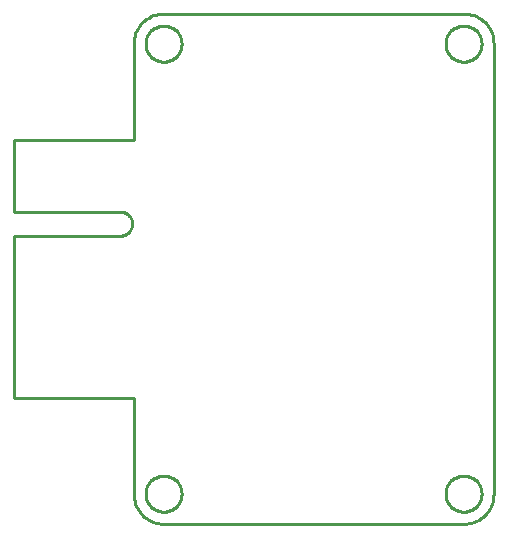
<source format=gbr>
G04 EAGLE Gerber RS-274X export*
G75*
%MOMM*%
%FSLAX34Y34*%
%LPD*%
%IN*%
%IPPOS*%
%AMOC8*
5,1,8,0,0,1.08239X$1,22.5*%
G01*
%ADD10C,0.254000*%


D10*
X482600Y106680D02*
X584200Y106680D01*
X584200Y25400D01*
X584297Y23186D01*
X584586Y20989D01*
X585065Y18826D01*
X585732Y16713D01*
X586580Y14666D01*
X587603Y12700D01*
X588794Y10831D01*
X590142Y9073D01*
X591640Y7440D01*
X593273Y5942D01*
X595031Y4594D01*
X596900Y3403D01*
X598866Y2380D01*
X600913Y1532D01*
X603026Y865D01*
X605189Y386D01*
X607386Y97D01*
X609600Y0D01*
X863600Y0D01*
X865814Y97D01*
X868011Y386D01*
X870174Y865D01*
X872287Y1532D01*
X874335Y2380D01*
X876300Y3403D01*
X878169Y4594D01*
X879927Y5942D01*
X881561Y7440D01*
X883058Y9073D01*
X884406Y10831D01*
X885597Y12700D01*
X886620Y14666D01*
X887468Y16713D01*
X888135Y18826D01*
X888614Y20989D01*
X888903Y23186D01*
X889000Y25400D01*
X889000Y406400D01*
X888903Y408614D01*
X888614Y410811D01*
X888135Y412974D01*
X887468Y415087D01*
X886620Y417135D01*
X885597Y419100D01*
X884406Y420969D01*
X883058Y422727D01*
X881561Y424361D01*
X879927Y425858D01*
X878169Y427206D01*
X876300Y428397D01*
X874335Y429420D01*
X872287Y430268D01*
X870174Y430935D01*
X868011Y431414D01*
X865814Y431703D01*
X863600Y431800D01*
X609600Y431800D01*
X607386Y431703D01*
X605189Y431414D01*
X603026Y430935D01*
X600913Y430268D01*
X598866Y429420D01*
X596900Y428397D01*
X595031Y427206D01*
X593273Y425858D01*
X591640Y424361D01*
X590142Y422727D01*
X588794Y420969D01*
X587603Y419100D01*
X586580Y417135D01*
X585732Y415087D01*
X585065Y412974D01*
X584586Y410811D01*
X584297Y408614D01*
X584200Y406400D01*
X584200Y325120D01*
X482600Y325120D01*
X482600Y264160D01*
X571500Y264160D01*
X572390Y264232D01*
X573284Y264226D01*
X574173Y264143D01*
X575052Y263982D01*
X575913Y263745D01*
X576750Y263434D01*
X577557Y263051D01*
X578328Y262599D01*
X579056Y262082D01*
X579737Y261504D01*
X580364Y260868D01*
X580934Y260180D01*
X581441Y259445D01*
X581883Y258668D01*
X582255Y257856D01*
X582555Y257015D01*
X582781Y256151D01*
X582930Y255270D01*
X583002Y254380D01*
X582996Y253486D01*
X582913Y252597D01*
X582752Y251719D01*
X582515Y250857D01*
X582204Y250020D01*
X581821Y249213D01*
X581369Y248442D01*
X580852Y247714D01*
X580274Y247033D01*
X579638Y246406D01*
X578950Y245836D01*
X578215Y245329D01*
X577438Y244887D01*
X576626Y244515D01*
X575785Y244215D01*
X574921Y243989D01*
X574040Y243840D01*
X573150Y243768D01*
X572256Y243774D01*
X571500Y243840D01*
X482600Y243840D01*
X482600Y106680D01*
X624840Y24856D02*
X624762Y23770D01*
X624607Y22692D01*
X624376Y21629D01*
X624069Y20584D01*
X623689Y19564D01*
X623237Y18574D01*
X622715Y17619D01*
X622126Y16703D01*
X621474Y15831D01*
X620761Y15009D01*
X619991Y14239D01*
X619169Y13526D01*
X618297Y12874D01*
X617381Y12285D01*
X616426Y11763D01*
X615436Y11311D01*
X614416Y10931D01*
X613371Y10624D01*
X612308Y10393D01*
X611230Y10238D01*
X610144Y10160D01*
X609056Y10160D01*
X607970Y10238D01*
X606892Y10393D01*
X605829Y10624D01*
X604784Y10931D01*
X603764Y11311D01*
X602774Y11763D01*
X601819Y12285D01*
X600903Y12874D01*
X600031Y13526D01*
X599209Y14239D01*
X598439Y15009D01*
X597726Y15831D01*
X597074Y16703D01*
X596485Y17619D01*
X595963Y18574D01*
X595511Y19564D01*
X595131Y20584D01*
X594824Y21629D01*
X594593Y22692D01*
X594438Y23770D01*
X594360Y24856D01*
X594360Y25944D01*
X594438Y27030D01*
X594593Y28108D01*
X594824Y29171D01*
X595131Y30216D01*
X595511Y31236D01*
X595963Y32226D01*
X596485Y33181D01*
X597074Y34097D01*
X597726Y34969D01*
X598439Y35791D01*
X599209Y36561D01*
X600031Y37274D01*
X600903Y37926D01*
X601819Y38515D01*
X602774Y39037D01*
X603764Y39489D01*
X604784Y39869D01*
X605829Y40176D01*
X606892Y40407D01*
X607970Y40562D01*
X609056Y40640D01*
X610144Y40640D01*
X611230Y40562D01*
X612308Y40407D01*
X613371Y40176D01*
X614416Y39869D01*
X615436Y39489D01*
X616426Y39037D01*
X617381Y38515D01*
X618297Y37926D01*
X619169Y37274D01*
X619991Y36561D01*
X620761Y35791D01*
X621474Y34969D01*
X622126Y34097D01*
X622715Y33181D01*
X623237Y32226D01*
X623689Y31236D01*
X624069Y30216D01*
X624376Y29171D01*
X624607Y28108D01*
X624762Y27030D01*
X624840Y25944D01*
X624840Y24856D01*
X878840Y24856D02*
X878762Y23770D01*
X878607Y22692D01*
X878376Y21629D01*
X878069Y20584D01*
X877689Y19564D01*
X877237Y18574D01*
X876715Y17619D01*
X876126Y16703D01*
X875474Y15831D01*
X874761Y15009D01*
X873991Y14239D01*
X873169Y13526D01*
X872297Y12874D01*
X871381Y12285D01*
X870426Y11763D01*
X869436Y11311D01*
X868416Y10931D01*
X867371Y10624D01*
X866308Y10393D01*
X865230Y10238D01*
X864144Y10160D01*
X863056Y10160D01*
X861970Y10238D01*
X860892Y10393D01*
X859829Y10624D01*
X858784Y10931D01*
X857764Y11311D01*
X856774Y11763D01*
X855819Y12285D01*
X854903Y12874D01*
X854031Y13526D01*
X853209Y14239D01*
X852439Y15009D01*
X851726Y15831D01*
X851074Y16703D01*
X850485Y17619D01*
X849963Y18574D01*
X849511Y19564D01*
X849131Y20584D01*
X848824Y21629D01*
X848593Y22692D01*
X848438Y23770D01*
X848360Y24856D01*
X848360Y25944D01*
X848438Y27030D01*
X848593Y28108D01*
X848824Y29171D01*
X849131Y30216D01*
X849511Y31236D01*
X849963Y32226D01*
X850485Y33181D01*
X851074Y34097D01*
X851726Y34969D01*
X852439Y35791D01*
X853209Y36561D01*
X854031Y37274D01*
X854903Y37926D01*
X855819Y38515D01*
X856774Y39037D01*
X857764Y39489D01*
X858784Y39869D01*
X859829Y40176D01*
X860892Y40407D01*
X861970Y40562D01*
X863056Y40640D01*
X864144Y40640D01*
X865230Y40562D01*
X866308Y40407D01*
X867371Y40176D01*
X868416Y39869D01*
X869436Y39489D01*
X870426Y39037D01*
X871381Y38515D01*
X872297Y37926D01*
X873169Y37274D01*
X873991Y36561D01*
X874761Y35791D01*
X875474Y34969D01*
X876126Y34097D01*
X876715Y33181D01*
X877237Y32226D01*
X877689Y31236D01*
X878069Y30216D01*
X878376Y29171D01*
X878607Y28108D01*
X878762Y27030D01*
X878840Y25944D01*
X878840Y24856D01*
X624840Y405856D02*
X624762Y404770D01*
X624607Y403692D01*
X624376Y402629D01*
X624069Y401584D01*
X623689Y400564D01*
X623237Y399574D01*
X622715Y398619D01*
X622126Y397703D01*
X621474Y396831D01*
X620761Y396009D01*
X619991Y395239D01*
X619169Y394526D01*
X618297Y393874D01*
X617381Y393285D01*
X616426Y392763D01*
X615436Y392311D01*
X614416Y391931D01*
X613371Y391624D01*
X612308Y391393D01*
X611230Y391238D01*
X610144Y391160D01*
X609056Y391160D01*
X607970Y391238D01*
X606892Y391393D01*
X605829Y391624D01*
X604784Y391931D01*
X603764Y392311D01*
X602774Y392763D01*
X601819Y393285D01*
X600903Y393874D01*
X600031Y394526D01*
X599209Y395239D01*
X598439Y396009D01*
X597726Y396831D01*
X597074Y397703D01*
X596485Y398619D01*
X595963Y399574D01*
X595511Y400564D01*
X595131Y401584D01*
X594824Y402629D01*
X594593Y403692D01*
X594438Y404770D01*
X594360Y405856D01*
X594360Y406944D01*
X594438Y408030D01*
X594593Y409108D01*
X594824Y410171D01*
X595131Y411216D01*
X595511Y412236D01*
X595963Y413226D01*
X596485Y414181D01*
X597074Y415097D01*
X597726Y415969D01*
X598439Y416791D01*
X599209Y417561D01*
X600031Y418274D01*
X600903Y418926D01*
X601819Y419515D01*
X602774Y420037D01*
X603764Y420489D01*
X604784Y420869D01*
X605829Y421176D01*
X606892Y421407D01*
X607970Y421562D01*
X609056Y421640D01*
X610144Y421640D01*
X611230Y421562D01*
X612308Y421407D01*
X613371Y421176D01*
X614416Y420869D01*
X615436Y420489D01*
X616426Y420037D01*
X617381Y419515D01*
X618297Y418926D01*
X619169Y418274D01*
X619991Y417561D01*
X620761Y416791D01*
X621474Y415969D01*
X622126Y415097D01*
X622715Y414181D01*
X623237Y413226D01*
X623689Y412236D01*
X624069Y411216D01*
X624376Y410171D01*
X624607Y409108D01*
X624762Y408030D01*
X624840Y406944D01*
X624840Y405856D01*
X878840Y405856D02*
X878762Y404770D01*
X878607Y403692D01*
X878376Y402629D01*
X878069Y401584D01*
X877689Y400564D01*
X877237Y399574D01*
X876715Y398619D01*
X876126Y397703D01*
X875474Y396831D01*
X874761Y396009D01*
X873991Y395239D01*
X873169Y394526D01*
X872297Y393874D01*
X871381Y393285D01*
X870426Y392763D01*
X869436Y392311D01*
X868416Y391931D01*
X867371Y391624D01*
X866308Y391393D01*
X865230Y391238D01*
X864144Y391160D01*
X863056Y391160D01*
X861970Y391238D01*
X860892Y391393D01*
X859829Y391624D01*
X858784Y391931D01*
X857764Y392311D01*
X856774Y392763D01*
X855819Y393285D01*
X854903Y393874D01*
X854031Y394526D01*
X853209Y395239D01*
X852439Y396009D01*
X851726Y396831D01*
X851074Y397703D01*
X850485Y398619D01*
X849963Y399574D01*
X849511Y400564D01*
X849131Y401584D01*
X848824Y402629D01*
X848593Y403692D01*
X848438Y404770D01*
X848360Y405856D01*
X848360Y406944D01*
X848438Y408030D01*
X848593Y409108D01*
X848824Y410171D01*
X849131Y411216D01*
X849511Y412236D01*
X849963Y413226D01*
X850485Y414181D01*
X851074Y415097D01*
X851726Y415969D01*
X852439Y416791D01*
X853209Y417561D01*
X854031Y418274D01*
X854903Y418926D01*
X855819Y419515D01*
X856774Y420037D01*
X857764Y420489D01*
X858784Y420869D01*
X859829Y421176D01*
X860892Y421407D01*
X861970Y421562D01*
X863056Y421640D01*
X864144Y421640D01*
X865230Y421562D01*
X866308Y421407D01*
X867371Y421176D01*
X868416Y420869D01*
X869436Y420489D01*
X870426Y420037D01*
X871381Y419515D01*
X872297Y418926D01*
X873169Y418274D01*
X873991Y417561D01*
X874761Y416791D01*
X875474Y415969D01*
X876126Y415097D01*
X876715Y414181D01*
X877237Y413226D01*
X877689Y412236D01*
X878069Y411216D01*
X878376Y410171D01*
X878607Y409108D01*
X878762Y408030D01*
X878840Y406944D01*
X878840Y405856D01*
M02*

</source>
